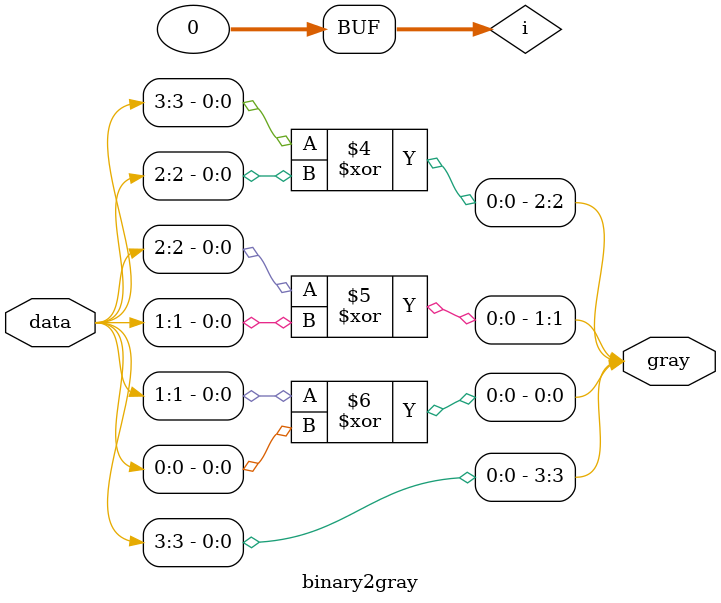
<source format=v>
`timescale 1ns / 1ps


module top #(parameter datawidth = 8, addr_width = 3)
(
  input  [datawidth-1:0] wdata,
  input  winc, wclk,
  input  rinc, rclk,
  input  wrst_n, rrst_n,
  output [datawidth-1:0] rdata,
  output wfull, rempty
);

  wire [addr_width:0] wptr, rptr;
  wire [addr_width:0] wq2_rptr, rq2_wptr;
  wire [addr_width:0] b2gr, b2gw;
  wire [addr_width:0] g2br, g2bw;
  wire [addr_width-1:0] waddr, raddr;
  wire wclken;

  assign wclken = winc & (~wfull);

  // Synchronize gray pointers across domains
  twoflopsync #(.addr_width(addr_width)) s1 (
    .clk(wclk), .rstn(wrst_n), .ptr(b2gw), .q2(g2bw)
  );

  twoflopsync #(.addr_width(addr_width)) s2 (
    .clk(rclk), .rstn(rrst_n), .ptr(b2gr), .q2(g2br)
  );

  // Binary to Gray
  binary2gray #(.addr_width(addr_width)) s3 (
    .data(wptr), .gray(b2gw)
  );

  binary2gray #(.addr_width(addr_width)) s4 (
    .data(rptr), .gray(b2gr)
  );

  // Gray to Binary
  gray2binary #(.addr_width(addr_width)) s5 (
    .gray(g2bw), .binary(rq2_wptr)
  );

  gray2binary #(.addr_width(addr_width)) s6 (
    .gray(g2br), .binary(wq2_rptr)
  );

  // Read and empty logic
  rptr_and_empty #(.addr_width(addr_width)) s7 (
    .rinc(rinc), .rclk(rclk), .rrst_n(rrst_n),
    .rq2_wptr(rq2_wptr), .rptr(rptr), .raddr(raddr), .rempty(rempty)
  );
  //write and full logic
  wptr_and_full #(.addr_width(addr_width)) s8 (
    .winc(winc), .wclk(wclk), .wrst_n(wrst_n),
    .wq2_rptr(wq2_rptr), .wptr(wptr), .waddr(waddr), .wfull(wfull)
  );

  // FIFO memory
  fifomem #(.addr_width(addr_width), .datawidth(datawidth)) s9 (
    .wdata(wdata), .wclken(wclken), .wclk(wclk),
    .waddr(waddr), .raddr(raddr), .rdata(rdata), .rempty(rempty)
  );

endmodule

module fifomem #(parameter datawidth = 8, parameter addr_width = 3)
(
  input  [datawidth-1:0] wdata,
  input                  wclken,
  input                  wclk,
  input                  rempty,
  input  [addr_width-1:0] waddr,
  input  [addr_width-1:0] raddr,
  output [datawidth-1:0] rdata
);

  localparam fifo_depth = 1 << addr_width;

  // RAM having 'fifo_depth' locations, each 'datawidth' wide
  reg [datawidth-1:0] fifo_ram [0:fifo_depth-1];

  // Write logic
  always @(posedge wclk) begin
    if (wclken)
      fifo_ram[waddr] <= wdata;
  end

  // Combinational read
  assign rdata = rempty?0:fifo_ram[raddr];

endmodule

module wptr_and_full #(parameter addr_width = 3)
(
  input winc,
  input wclk,
  input wrst_n,
  input [addr_width:0] wq2_rptr,  // Synchronized read pointer (Gray code) from read domain

  output reg [addr_width:0] wptr,
  output reg [addr_width-1:0] waddr,
  output wfull
);

  // Compute next write pointer
  wire [addr_width:0] wptr_next = wptr + 1;

  // FIFO is full when wrap around
  assign wfull = (wq2_rptr=={~wptr[addr_width],wptr[addr_width-1:0]});

  always @(posedge wclk or negedge wrst_n) begin
    if (!wrst_n) begin
      wptr  <= 0;
      waddr <= 0;
    end else begin
      if (winc && !wfull)
        wptr <= wptr_next;

      waddr <= wptr[addr_width-1:0];
    end
  end

endmodule
module twoflopsync #(parameter addr_width=3) (input clk,rstn,input [addr_width:0] ptr,output reg [addr_width:0] q2);
  reg [addr_width:0] q1;

  always@(posedge clk or negedge rstn) begin
    
    if(!rstn) begin
      q2<=0;
      q1<=0;end
    else begin
      q1<=ptr;
      q2<=q1;
    end  
  end

endmodule
  module rptr_and_empty #(parameter addr_width = 3)
(
  input rinc,
  input rclk,
  input rrst_n,
  input [addr_width:0] rq2_wptr,  // synchronized wptr from write clock domain

  output reg [addr_width:0] rptr,
  output reg [addr_width-1:0] raddr,
  output rempty
);

  // Calculate next rptr
  wire [addr_width:0] rptr_next = rptr + 1;

  // FIFO is empty if rptr equals synchronized write pointer
  assign rempty = (!rrst_n) || (rq2_wptr == rptr);

  always @(posedge rclk or negedge rrst_n) begin
    if (!rrst_n) begin
      rptr <= 0;
      raddr <= 0;
    end else begin
      if (rinc && !rempty)
        rptr <= rptr_next;

      raddr <= rptr[addr_width-1:0];
    end
  end

endmodule

module gray2binary #(parameter addr_width = 3)(
    input  [addr_width:0] gray,
    output reg [addr_width:0] binary
);
    integer i;
    always @(*) begin
        binary[addr_width] = gray[addr_width];  // MSB is same
        for (i = addr_width - 1; i >= 0; i = i - 1)
            binary[i] = binary[i + 1] ^ gray[i];
    end
endmodule

module binary2gray #(parameter addr_width=3)(
    input  [addr_width:0] data,
    output reg [addr_width:0] gray
);
    integer i;
    always @(*) begin
        gray[addr_width] = data[addr_width];
        for(i = addr_width; i > 0; i = i - 1)
            gray[i-1] = data[i] ^ data[i-1];
    end
endmodule



</source>
